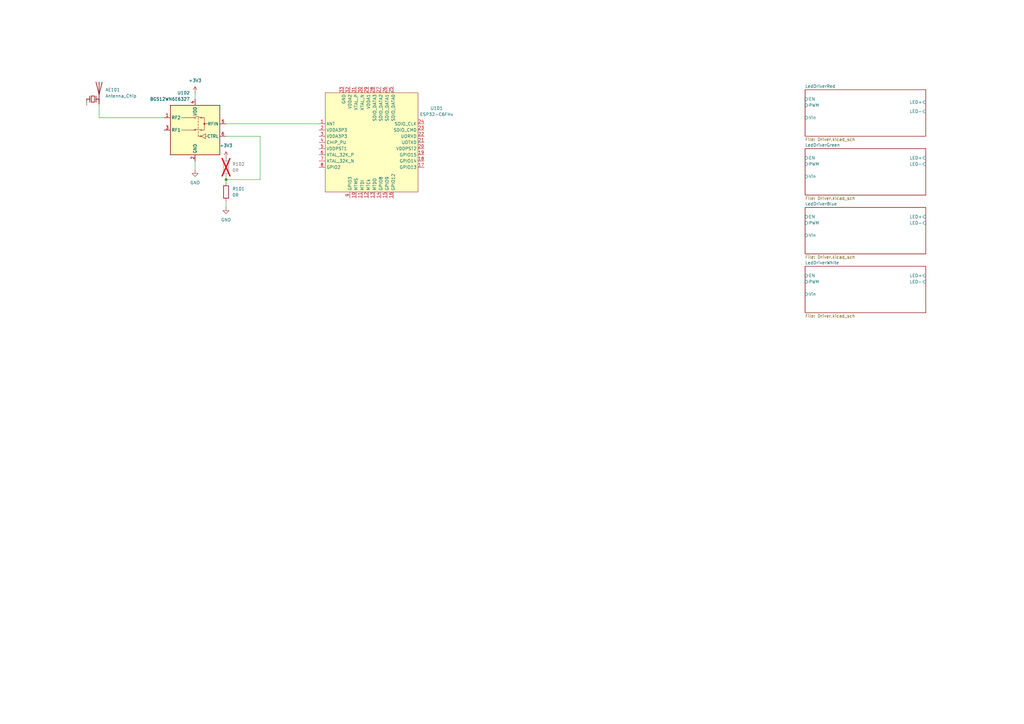
<source format=kicad_sch>
(kicad_sch (version 20250114) (generator "eeschema") (generator_version "9.0")
  (paper "A3")
  (lib_symbols
    (symbol "Device:Antenna_Chip" (pin_numbers (hide yes)) (pin_names (offset 1.016) (hide yes))
      (property "Reference" "AE" (at 0 5.08 0))
      (property "Value" "Antenna_Chip" (at 0 3.175 0))
      (symbol "Antenna_Chip_0_1"
        (polyline (pts (xy -2.54 0) (xy -2.54 -0.635)) (stroke (width 0.254)))
        (polyline (pts (xy -2.54 0) (xy -1.27 0)) (stroke (width 0.254)))
        (polyline (pts (xy -1.27 1.27) (xy -1.27 -1.27) (xy -1.27 0)) (stroke (width 0.254)))
        (polyline (pts (xy -0.635 1.27) (xy 0.635 1.27) (xy 0.635 -1.27) (xy -0.635 -1.27) (xy -0.635 1.27)) (stroke (width 0.254)))
        (polyline (pts (xy 1.27 1.27) (xy 1.27 -1.27)) (stroke (width 0.254)))
        (polyline (pts (xy 1.27 0) (xy 2.54 0)) (stroke (width 0.254)))
        (polyline (pts (xy 2.54 6.985) (xy 2.54 -1.905)) (stroke (width 0.254)))
        (polyline (pts (xy 2.54 -0.635) (xy 2.54 0)))
        (polyline (pts (xy 3.81 6.985) (xy 2.54 1.905) (xy 1.27 6.985)) (stroke (width 0.254)))
      )
      (symbol "Antenna_Chip_1_1"
        (pin input line (at -2.54 -2.54 90) (length 2.54) (name "FEED") (number "1"))
        (pin passive line (at 2.54 -2.54 90) (length 2.54) (name "PCB_Trace") (number "2"))
      )
    )
    (symbol "Device:R" (pin_numbers (hide yes)) (pin_names (offset 0))
      (property "Reference" "R" (at 2.032 0 90))
      (property "Value" "R" (at 0 0 90))
      (symbol "R_0_1"
        (rectangle (start -1.016 -2.54) (end 1.016 2.54) (stroke (width 0.254)))
      )
      (symbol "R_1_1"
        (pin passive line (at 0 3.81 270) (length 1.27) (name "~") (number "1"))
        (pin passive line (at 0 -3.81 90) (length 1.27) (name "~") (number "2"))
      )
    )
    (symbol "RF_Switch:BGS12WN6E6327"
      (property "Reference" "U" (at -10.16 11.43 0))
      (property "Value" "BGS12WN6E6327" (at 1.27 11.43 0))
      (symbol "BGS12WN6E6327_0_0"
        (rectangle (start -10.16 10.16) (end 10.16 -10.16) (stroke (width 0.254)) (fill (type background)))
        (polyline (pts (xy -4.318 -1.524) (xy -4.318 -3.556) (xy -2.54 -2.54) (xy -4.318 -1.524)))
        (polyline (pts (xy -4.318 -2.54) (xy -4.826 -2.54)))
        (circle (center -3.81 2.54) (radius 0.254) (fill (type outline)))
        (polyline (pts (xy -3.81 2.54) (xy -5.588 2.54)))
        (polyline (pts (xy -2.794 0) (xy -3.81 0) (xy -3.81 5.08) (xy -2.794 5.08)))
        (circle (center -2.286 -2.54) (radius 0.254))
        (polyline (pts (xy -1.27 5.08) (xy -1.27 4.318)))
        (polyline (pts (xy -1.27 3.81) (xy -1.27 3.048)))
        (polyline (pts (xy -1.27 2.54) (xy -1.27 1.778)))
        (polyline (pts (xy -1.27 1.27) (xy -1.27 0.508)))
        (polyline (pts (xy -1.27 -1.27) (xy -1.27 -0.508)))
        (polyline (pts (xy -1.27 -2.54) (xy -2.032 -2.54)))
        (polyline (pts (xy -1.27 -2.54) (xy -1.27 -1.778)))
        (polyline (pts (xy 0.254 5.08) (xy 5.588 5.08)))
        (polyline (pts (xy 0.254 0) (xy 5.588 0)))
      )
      (symbol "BGS12WN6E6327_0_1"
        (circle (center -2.54 5.08) (radius 0.254))
        (circle (center -2.54 0) (radius 0.254))
        (polyline (pts (xy -2.286 5.08) (xy -0.254 5.842)))
        (polyline (pts (xy -2.286 0) (xy 0.127 0.381)))
        (circle (center 0 5.08) (radius 0.254))
        (circle (center 0 0) (radius 0.254))
      )
      (symbol "BGS12WN6E6327_1_1"
        (pin passive line (at -12.7 2.54 0) (length 2.54) (name "RFIN") (number "5"))
        (pin input line (at -12.7 -2.54 0) (length 2.54) (name "CTRL") (number "6"))
        (pin power_in line (at 0 12.7 270) (length 2.54) (name "VDD") (number "4"))
        (pin power_in line (at 0 -12.7 90) (length 2.54) (name "GND") (number "2"))
        (pin passive line (at 12.7 5.08 180) (length 2.54) (name "RF2") (number "1"))
        (pin passive line (at 12.7 0 180) (length 2.54) (name "RF1") (number "3"))
      )
    )
    (symbol "customFootprints:ESP32-C6FHx"
      (property "Reference" "U" (at -21.59 7.62 0))
      (property "Value" "ESP32-C6FHx" (at 0 0 0))
      (symbol "ESP32-C6FHx_0_0"
        (pin bidirectional line (at -21.59 7.62 0) (length 2.54) (name "ANT") (number "1"))
        (pin power_in line (at -21.59 5.08 0) (length 2.54) (name "VDDA3P3") (number "2"))
        (pin power_in line (at -21.59 2.54 0) (length 2.54) (name "VDDA3P3") (number "3"))
        (pin input line (at -21.59 0 0) (length 2.54) (name "CHIP_PU") (number "4"))
        (pin power_in line (at -21.59 -2.54 0) (length 2.54) (name "VDDPST1") (number "5"))
        (pin passive line (at -21.59 -5.08 0) (length 2.54) (name "XTAL_32K_P") (number "6"))
        (pin passive line (at -21.59 -7.62 0) (length 2.54) (name "XTAL_32K_N") (number "7"))
        (pin bidirectional line (at -21.59 -10.16 0) (length 2.54) (name "GPIO2") (number "8"))
        (pin power_in line (at -11.43 22.86 270) (length 2.54) (name "GND") (number "33"))
        (pin power_in line (at -8.89 22.86 270) (length 2.54) (name "VDDA2") (number "32"))
        (pin bidirectional line (at -8.89 -22.86 90) (length 2.54) (name "GPIO3") (number "9"))
        (pin passive line (at -6.35 22.86 270) (length 2.54) (name "XTAL_P") (number "31"))
        (pin bidirectional line (at -6.35 -22.86 90) (length 2.54) (name "MTMS") (number "10"))
        (pin passive line (at -3.81 22.86 270) (length 2.54) (name "XTAL_N") (number "30"))
        (pin bidirectional line (at -3.81 -22.86 90) (length 2.54) (name "MTDI") (number "11"))
        (pin power_in line (at -1.27 22.86 270) (length 2.54) (name "VDDA1") (number "29"))
        (pin bidirectional line (at -1.27 -22.86 90) (length 2.54) (name "MTCk") (number "12"))
        (pin bidirectional line (at 1.27 22.86 270) (length 2.54) (name "SDIO_DATA3") (number "28"))
        (pin bidirectional line (at 1.27 -22.86 90) (length 2.54) (name "MTDO") (number "13"))
        (pin bidirectional line (at 3.81 22.86 270) (length 2.54) (name "SDIO_DATA2") (number "27"))
        (pin bidirectional line (at 3.81 -22.86 90) (length 2.54) (name "GPIO8") (number "14"))
        (pin bidirectional line (at 6.35 22.86 270) (length 2.54) (name "SDIO_DATA1") (number "26"))
        (pin bidirectional line (at 6.35 -22.86 90) (length 2.54) (name "GPIO9") (number "15"))
        (pin bidirectional line (at 8.89 22.86 270) (length 2.54) (name "SDIO_DATA0") (number "25"))
        (pin bidirectional line (at 8.89 -22.86 90) (length 2.54) (name "GPIO12") (number "16"))
        (pin bidirectional line (at 21.59 7.62 180) (length 2.54) (name "SDIO_CLK") (number "24"))
        (pin bidirectional line (at 21.59 5.08 180) (length 2.54) (name "SDIO_CMD") (number "23"))
        (pin input line (at 21.59 2.54 180) (length 2.54) (name "UORXD") (number "22"))
        (pin output line (at 21.59 0 180) (length 2.54) (name "UOTXD") (number "21"))
        (pin power_in line (at 21.59 -2.54 180) (length 2.54) (name "VDDPST2") (number "20"))
        (pin bidirectional line (at 21.59 -5.08 180) (length 2.54) (name "GPIO15") (number "19"))
        (pin bidirectional line (at 21.59 -7.62 180) (length 2.54) (name "GPIO14") (number "18"))
        (pin bidirectional line (at 21.59 -10.16 180) (length 2.54) (name "GPIO13") (number "17"))
      )
      (symbol "ESP32-C6FHx_1_1"
        (rectangle (start -19.05 20.32) (end 19.05 -20.32) (fill (type background)))
      )
    )
    (symbol "power:+3V3" (power) (pin_numbers (hide yes)) (pin_names (offset 0) (hide yes))
      (property "Value" "+3V3" (at 0 3.556 0))
      (symbol "+3V3_0_1"
        (polyline (pts (xy -0.762 1.27) (xy 0 2.54)))
        (polyline (pts (xy 0 2.54) (xy 0.762 1.27)))
        (polyline (pts (xy 0 0) (xy 0 2.54)))
      )
      (symbol "+3V3_1_1"
        (pin power_in line (at 0 0 90) (length 0) (name "~") (number "1"))
      )
    )
    (symbol "power:GND" (power) (pin_numbers (hide yes)) (pin_names (offset 0) (hide yes))
      (property "Value" "GND" (at 0 -3.81 0))
      (symbol "GND_0_1"
        (polyline (pts (xy 0 0) (xy 0 -1.27) (xy 1.27 -1.27) (xy 0 -2.54) (xy -1.27 -1.27) (xy 0 -1.27)))
      )
      (symbol "GND_1_1"
        (pin power_in line (at 0 0 270) (length 0) (name "~") (number "1"))
      )
    )
  )
  (junction (at 92.71 73.66))
  (wire (pts (xy 92.71 82.55) (xy 92.71 85.09)))
  (wire (pts (xy 80.01 38.1) (xy 80.01 40.64)))
  (wire (pts (xy 80.01 66.04) (xy 80.01 69.85)))
  (wire (pts (xy 67.31 48.26) (xy 40.64 48.26)))
  (wire (pts (xy 92.71 50.8) (xy 130.81 50.8)))
  (wire (pts (xy 106.68 73.66) (xy 92.71 73.66)))
  (wire (pts (xy 92.71 73.66) (xy 92.71 74.93)))
  (wire (pts (xy 92.71 72.39) (xy 92.71 73.66)))
  (wire (pts (xy 92.71 55.88) (xy 106.68 55.88)))
  (wire (pts (xy 106.68 55.88) (xy 106.68 73.66)))
  (wire (pts (xy 40.64 48.26) (xy 40.64 43.18)))
  (symbol (lib_id "RF_Switch:BGS12WN6E6327") (at 80.01 53.34 0) (mirror y) (unit 1)
    (property "Reference" "U102" (at 77.8667 38.1 0) (effects (justify left)))
    (property "Value" "BGS12WN6E6327" (at 77.8667 40.64 0) (effects (justify left)))
    (property "Footprint" "Package_LGA:Infineon_PG-TSNP-6-10_0.7x1.1mm_0.7x1.1mm_P0.4mm" (effects (hide yes)))
    (property "Datasheet" "https://www.infineon.com/dgdl/Infineon-BGS12WN6-DataSheet-v02_05-EN.pdf?fileId=5546d4626b2d8e69016b89d2b3334727" (effects (hide yes)))
    (property "Description" "SPDT DC-9GHz switch, 45dB isolation at 960MHz, PG-TSNP-6-10" (effects (hide yes)))
  )
  (symbol (lib_id "power:+3V3") (at 92.71 64.77 0) (unit 1)
    (property "Reference" "#PWR0102" (effects (hide yes)))
    (property "Value" "+3V3" (at 92.71 59.69 0))
    (property "Description" "Power symbol creates a global label with name \"+3V3\"" (effects (hide yes)))
  )
  (symbol (lib_id "power:+3V3") (at 80.01 38.1 0) (unit 1)
    (property "Reference" "#PWR0103" (effects (hide yes)))
    (property "Value" "+3V3" (at 80.01 33.02 0))
    (property "Description" "Power symbol creates a global label with name \"+3V3\"" (effects (hide yes)))
  )
  (symbol (lib_id "Device:Antenna_Chip") (at 38.1 40.64 0) (unit 1)
    (property "Reference" "AE101" (at 43.18 36.8299 0) (effects (justify left)))
    (property "Value" "Antenna_Chip" (at 43.18 39.3699 0) (effects (justify left)))
    (property "Description" "Ceramic chip antenna with pin for PCB trace" (effects (hide yes)))
  )
  (symbol (lib_id "Device:R") (at 92.71 78.74 0) (unit 1)
    (property "Reference" "R101" (at 95.25 77.4699 0) (effects (justify left)))
    (property "Value" "0R" (at 95.25 80.0099 0) (effects (justify left)))
    (property "Description" "Resistor" (effects (hide yes)))
  )
  (symbol (lib_id "power:GND") (at 80.01 69.85 0) (unit 1)
    (property "Reference" "#PWR0101" (effects (hide yes)))
    (property "Value" "GND" (at 80.01 74.93 0))
    (property "Description" "Power symbol creates a global label with name \"GND\" , ground" (effects (hide yes)))
  )
  (symbol (lib_id "Device:R") (at 92.71 68.58 0) (unit 1) (dnp yes)
    (property "Reference" "R102" (at 95.25 67.3099 0) (effects (justify left)))
    (property "Value" "0R" (at 95.25 69.8499 0) (effects (justify left)))
    (property "Description" "Resistor" (effects (hide yes)))
  )
  (symbol (lib_id "customFootprints:ESP32-C6FHx") (at 152.4 58.42 0) (unit 1)
    (property "Reference" "U101" (at 179.07 44.3798 0))
    (property "Value" "ESP32-C6FHx" (at 179.07 46.9198 0))
    (property "Footprint" "Package_DFN_QFN:QFN-32-1EP_5x5mm_P0.5mm_EP3.65x3.65mm_ThermalVias" (effects (hide yes)))
  )
  (symbol (lib_id "power:GND") (at 92.71 85.09 0) (unit 1)
    (property "Reference" "#PWR0104" (effects (hide yes)))
    (property "Value" "GND" (at 92.71 90.17 0))
    (property "Description" "Power symbol creates a global label with name \"GND\" , ground" (effects (hide yes)))
  )
  (sheet (at 330.2 36.83) (size 49.53 19.05) (stroke (width 0.1524))
    (property "Sheetname" "LedDriverRed" (at 330.2 36.1184 0) (effects (justify left bottom)))
    (property "Sheetfile" "Driver.kicad_sch" (at 330.2 56.4646 0) (effects (justify left top)))
    (pin "EN" input (at 330.2 40.64 180))
    (pin "LED+" input (at 379.73 41.91 0))
    (pin "LED-" input (at 379.73 45.72 0))
    (pin "PWM" input (at 330.2 43.18 180))
    (pin "Vin" input (at 330.2 48.26 180))
  )
  (sheet (at 330.2 85.09) (size 49.53 19.05) (stroke (width 0.1524))
    (property "Sheetname" "LedDriverBlue" (at 330.2 84.3784 0) (effects (justify left bottom)))
    (property "Sheetfile" "Driver.kicad_sch" (at 330.2 104.7246 0) (effects (justify left top)))
    (pin "EN" input (at 330.2 88.9 180))
    (pin "LED+" input (at 379.73 88.9 0))
    (pin "LED-" input (at 379.73 91.44 0))
    (pin "PWM" input (at 330.2 91.44 180))
    (pin "Vin" input (at 330.2 96.52 180))
  )
  (sheet (at 330.2 109.22) (size 49.53 19.05) (stroke (width 0.1524))
    (property "Sheetname" "LedDriverWhite" (at 330.2 108.5084 0) (effects (justify left bottom)))
    (property "Sheetfile" "Driver.kicad_sch" (at 330.2 128.8546 0) (effects (justify left top)))
    (pin "EN" input (at 330.2 113.03 180))
    (pin "LED+" input (at 379.73 113.03 0))
    (pin "LED-" input (at 379.73 115.57 0))
    (pin "PWM" input (at 330.2 115.57 180))
    (pin "Vin" input (at 330.2 120.65 180))
  )
  (sheet (at 330.2 60.96) (size 49.53 19.05) (stroke (width 0.1524))
    (property "Sheetname" "LedDriverGreen" (at 330.2 60.2484 0) (effects (justify left bottom)))
    (property "Sheetfile" "Driver.kicad_sch" (at 330.2 80.5946 0) (effects (justify left top)))
    (pin "EN" input (at 330.2 64.77 180))
    (pin "LED+" input (at 379.73 64.77 0))
    (pin "LED-" input (at 379.73 67.31 0))
    (pin "PWM" input (at 330.2 67.31 180))
    (pin "Vin" input (at 330.2 72.39 180))
  )
)
</source>
